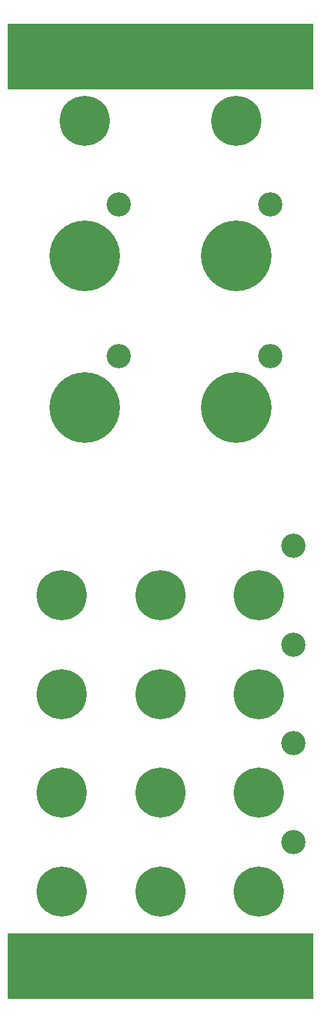
<source format=gbs>
G75*
%MOIN*%
%OFA0B0*%
%FSLAX24Y24*%
%IPPOS*%
%LPD*%
%AMOC8*
5,1,8,0,0,1.08239X$1,22.5*
%
%ADD10C,0.2599*%
%ADD11C,0.3662*%
%ADD12C,0.1260*%
%ADD13R,1.5866X0.3445*%
%ADD14R,1.5866X0.3406*%
%ADD15C,0.1700*%
D10*
X002965Y005760D03*
X002965Y010878D03*
X002965Y015996D03*
X002965Y021115D03*
X008083Y021115D03*
X008083Y015996D03*
X008083Y010878D03*
X008083Y005760D03*
X013201Y005760D03*
X013201Y010878D03*
X013201Y015996D03*
X013201Y021115D03*
X012020Y045721D03*
X004146Y045721D03*
D11*
X004146Y038733D03*
X004146Y030859D03*
X012020Y030859D03*
X012020Y038733D03*
D12*
X013792Y041390D03*
X013792Y033516D03*
X014973Y023674D03*
X014973Y018556D03*
X014973Y013437D03*
X014973Y008319D03*
X005918Y033516D03*
X005918Y041390D03*
D13*
X008083Y001872D03*
D14*
X008083Y049038D03*
D15*
X003103Y049559D03*
X003103Y001331D03*
M02*

</source>
